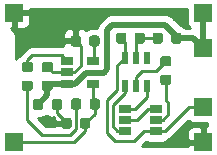
<source format=gbr>
%TF.GenerationSoftware,KiCad,Pcbnew,(5.1.6)-1*%
%TF.CreationDate,2020-09-04T02:35:42-05:00*%
%TF.ProjectId,cargadorDeBateriasLitIon,63617267-6164-46f7-9244-654261746572,rev?*%
%TF.SameCoordinates,Original*%
%TF.FileFunction,Copper,L1,Top*%
%TF.FilePolarity,Positive*%
%FSLAX46Y46*%
G04 Gerber Fmt 4.6, Leading zero omitted, Abs format (unit mm)*
G04 Created by KiCad (PCBNEW (5.1.6)-1) date 2020-09-04 02:35:42*
%MOMM*%
%LPD*%
G01*
G04 APERTURE LIST*
%TA.AperFunction,ComponentPad*%
%ADD10R,1.500000X1.500000*%
%TD*%
%TA.AperFunction,SMDPad,CuDef*%
%ADD11R,0.550000X1.000000*%
%TD*%
%TA.AperFunction,SMDPad,CuDef*%
%ADD12R,1.000000X0.700000*%
%TD*%
%TA.AperFunction,SMDPad,CuDef*%
%ADD13R,1.060000X0.650000*%
%TD*%
%TA.AperFunction,ViaPad*%
%ADD14C,0.800000*%
%TD*%
%TA.AperFunction,Conductor*%
%ADD15C,0.250000*%
%TD*%
%TA.AperFunction,Conductor*%
%ADD16C,0.500000*%
%TD*%
%TA.AperFunction,Conductor*%
%ADD17C,0.254000*%
%TD*%
G04 APERTURE END LIST*
D10*
%TO.P,J5,1*%
%TO.N,/B-*%
X156500000Y-111000000D03*
%TD*%
D11*
%TO.P,U2,1*%
%TO.N,Net-(Q1-Pad3)*%
X149860000Y-109240000D03*
%TO.P,U2,2*%
%TO.N,Net-(R3-Pad2)*%
X150810000Y-109240000D03*
%TO.P,U2,3*%
%TO.N,Net-(Q1-Pad1)*%
X151760000Y-109240000D03*
%TO.P,U2,4*%
%TO.N,N/C*%
X151760000Y-106840000D03*
%TO.P,U2,5*%
%TO.N,Net-(C3-Pad1)*%
X150810000Y-106840000D03*
%TO.P,U2,6*%
%TO.N,/B-*%
X149860000Y-106840000D03*
%TD*%
D12*
%TO.P,Q1,5*%
%TO.N,Net-(Q1-Pad5)*%
X152520000Y-112090000D03*
%TO.P,Q1,6*%
%TO.N,Net-(Q1-Pad2)*%
X152520000Y-111140000D03*
%TO.P,Q1,4*%
%TO.N,/B-*%
X152520000Y-113040000D03*
%TO.P,Q1,3*%
%TO.N,Net-(Q1-Pad3)*%
X149920000Y-113040000D03*
%TO.P,Q1,2*%
%TO.N,Net-(Q1-Pad2)*%
X149920000Y-112090000D03*
%TO.P,Q1,1*%
%TO.N,Net-(Q1-Pad1)*%
X149920000Y-111140000D03*
%TD*%
D10*
%TO.P,J6,1*%
%TO.N,GND*%
X156500000Y-114000000D03*
%TD*%
%TO.P,J4,1*%
%TO.N,/B+*%
X156500000Y-103000000D03*
%TD*%
%TO.P,J3,1*%
%TO.N,/B+*%
X156500000Y-106000000D03*
%TD*%
%TO.P,J2,1*%
%TO.N,GND*%
X140500000Y-103000000D03*
%TD*%
%TO.P,J1,1*%
%TO.N,/IN+*%
X140500000Y-114000000D03*
%TD*%
D13*
%TO.P,U1,5*%
%TO.N,Net-(R2-Pad2)*%
X147220000Y-107120000D03*
%TO.P,U1,4*%
%TO.N,/IN+*%
X147220000Y-109020000D03*
%TO.P,U1,3*%
%TO.N,/B+*%
X145020000Y-109020000D03*
%TO.P,U1,2*%
%TO.N,GND*%
X145020000Y-108070000D03*
%TO.P,U1,1*%
%TO.N,Net-(R1-Pad1)*%
X145020000Y-107120000D03*
%TD*%
%TO.P,R4,2*%
%TO.N,/B+*%
%TA.AperFunction,SMDPad,CuDef*%
G36*
G01*
X153800000Y-105436250D02*
X153800000Y-104923750D01*
G75*
G02*
X154018750Y-104705000I218750J0D01*
G01*
X154456250Y-104705000D01*
G75*
G02*
X154675000Y-104923750I0J-218750D01*
G01*
X154675000Y-105436250D01*
G75*
G02*
X154456250Y-105655000I-218750J0D01*
G01*
X154018750Y-105655000D01*
G75*
G02*
X153800000Y-105436250I0J218750D01*
G01*
G37*
%TD.AperFunction*%
%TO.P,R4,1*%
%TO.N,Net-(C3-Pad1)*%
%TA.AperFunction,SMDPad,CuDef*%
G36*
G01*
X152225000Y-105436250D02*
X152225000Y-104923750D01*
G75*
G02*
X152443750Y-104705000I218750J0D01*
G01*
X152881250Y-104705000D01*
G75*
G02*
X153100000Y-104923750I0J-218750D01*
G01*
X153100000Y-105436250D01*
G75*
G02*
X152881250Y-105655000I-218750J0D01*
G01*
X152443750Y-105655000D01*
G75*
G02*
X152225000Y-105436250I0J218750D01*
G01*
G37*
%TD.AperFunction*%
%TD*%
%TO.P,R3,2*%
%TO.N,Net-(R3-Pad2)*%
%TA.AperFunction,SMDPad,CuDef*%
G36*
G01*
X153596250Y-107560000D02*
X153083750Y-107560000D01*
G75*
G02*
X152865000Y-107341250I0J218750D01*
G01*
X152865000Y-106903750D01*
G75*
G02*
X153083750Y-106685000I218750J0D01*
G01*
X153596250Y-106685000D01*
G75*
G02*
X153815000Y-106903750I0J-218750D01*
G01*
X153815000Y-107341250D01*
G75*
G02*
X153596250Y-107560000I-218750J0D01*
G01*
G37*
%TD.AperFunction*%
%TO.P,R3,1*%
%TO.N,Net-(Q1-Pad5)*%
%TA.AperFunction,SMDPad,CuDef*%
G36*
G01*
X153596250Y-109135000D02*
X153083750Y-109135000D01*
G75*
G02*
X152865000Y-108916250I0J218750D01*
G01*
X152865000Y-108478750D01*
G75*
G02*
X153083750Y-108260000I218750J0D01*
G01*
X153596250Y-108260000D01*
G75*
G02*
X153815000Y-108478750I0J-218750D01*
G01*
X153815000Y-108916250D01*
G75*
G02*
X153596250Y-109135000I-218750J0D01*
G01*
G37*
%TD.AperFunction*%
%TD*%
%TO.P,R2,2*%
%TO.N,Net-(R2-Pad2)*%
%TA.AperFunction,SMDPad,CuDef*%
G36*
G01*
X146870000Y-105666250D02*
X146870000Y-105153750D01*
G75*
G02*
X147088750Y-104935000I218750J0D01*
G01*
X147526250Y-104935000D01*
G75*
G02*
X147745000Y-105153750I0J-218750D01*
G01*
X147745000Y-105666250D01*
G75*
G02*
X147526250Y-105885000I-218750J0D01*
G01*
X147088750Y-105885000D01*
G75*
G02*
X146870000Y-105666250I0J218750D01*
G01*
G37*
%TD.AperFunction*%
%TO.P,R2,1*%
%TO.N,GND*%
%TA.AperFunction,SMDPad,CuDef*%
G36*
G01*
X145295000Y-105666250D02*
X145295000Y-105153750D01*
G75*
G02*
X145513750Y-104935000I218750J0D01*
G01*
X145951250Y-104935000D01*
G75*
G02*
X146170000Y-105153750I0J-218750D01*
G01*
X146170000Y-105666250D01*
G75*
G02*
X145951250Y-105885000I-218750J0D01*
G01*
X145513750Y-105885000D01*
G75*
G02*
X145295000Y-105666250I0J218750D01*
G01*
G37*
%TD.AperFunction*%
%TD*%
%TO.P,R1,2*%
%TO.N,Net-(D1-Pad1)*%
%TA.AperFunction,SMDPad,CuDef*%
G36*
G01*
X141373750Y-108760000D02*
X141886250Y-108760000D01*
G75*
G02*
X142105000Y-108978750I0J-218750D01*
G01*
X142105000Y-109416250D01*
G75*
G02*
X141886250Y-109635000I-218750J0D01*
G01*
X141373750Y-109635000D01*
G75*
G02*
X141155000Y-109416250I0J218750D01*
G01*
X141155000Y-108978750D01*
G75*
G02*
X141373750Y-108760000I218750J0D01*
G01*
G37*
%TD.AperFunction*%
%TO.P,R1,1*%
%TO.N,Net-(R1-Pad1)*%
%TA.AperFunction,SMDPad,CuDef*%
G36*
G01*
X141373750Y-107185000D02*
X141886250Y-107185000D01*
G75*
G02*
X142105000Y-107403750I0J-218750D01*
G01*
X142105000Y-107841250D01*
G75*
G02*
X141886250Y-108060000I-218750J0D01*
G01*
X141373750Y-108060000D01*
G75*
G02*
X141155000Y-107841250I0J218750D01*
G01*
X141155000Y-107403750D01*
G75*
G02*
X141373750Y-107185000I218750J0D01*
G01*
G37*
%TD.AperFunction*%
%TD*%
%TO.P,D1,2*%
%TO.N,/IN+*%
%TA.AperFunction,SMDPad,CuDef*%
G36*
G01*
X146890000Y-111006250D02*
X146890000Y-110493750D01*
G75*
G02*
X147108750Y-110275000I218750J0D01*
G01*
X147546250Y-110275000D01*
G75*
G02*
X147765000Y-110493750I0J-218750D01*
G01*
X147765000Y-111006250D01*
G75*
G02*
X147546250Y-111225000I-218750J0D01*
G01*
X147108750Y-111225000D01*
G75*
G02*
X146890000Y-111006250I0J218750D01*
G01*
G37*
%TD.AperFunction*%
%TO.P,D1,1*%
%TO.N,Net-(D1-Pad1)*%
%TA.AperFunction,SMDPad,CuDef*%
G36*
G01*
X145315000Y-111006250D02*
X145315000Y-110493750D01*
G75*
G02*
X145533750Y-110275000I218750J0D01*
G01*
X145971250Y-110275000D01*
G75*
G02*
X146190000Y-110493750I0J-218750D01*
G01*
X146190000Y-111006250D01*
G75*
G02*
X145971250Y-111225000I-218750J0D01*
G01*
X145533750Y-111225000D01*
G75*
G02*
X145315000Y-111006250I0J218750D01*
G01*
G37*
%TD.AperFunction*%
%TD*%
%TO.P,C4,2*%
%TO.N,GND*%
%TA.AperFunction,SMDPad,CuDef*%
G36*
G01*
X143576250Y-108060000D02*
X143063750Y-108060000D01*
G75*
G02*
X142845000Y-107841250I0J218750D01*
G01*
X142845000Y-107403750D01*
G75*
G02*
X143063750Y-107185000I218750J0D01*
G01*
X143576250Y-107185000D01*
G75*
G02*
X143795000Y-107403750I0J-218750D01*
G01*
X143795000Y-107841250D01*
G75*
G02*
X143576250Y-108060000I-218750J0D01*
G01*
G37*
%TD.AperFunction*%
%TO.P,C4,1*%
%TO.N,/B+*%
%TA.AperFunction,SMDPad,CuDef*%
G36*
G01*
X143576250Y-109635000D02*
X143063750Y-109635000D01*
G75*
G02*
X142845000Y-109416250I0J218750D01*
G01*
X142845000Y-108978750D01*
G75*
G02*
X143063750Y-108760000I218750J0D01*
G01*
X143576250Y-108760000D01*
G75*
G02*
X143795000Y-108978750I0J-218750D01*
G01*
X143795000Y-109416250D01*
G75*
G02*
X143576250Y-109635000I-218750J0D01*
G01*
G37*
%TD.AperFunction*%
%TD*%
%TO.P,C3,2*%
%TO.N,/B-*%
%TA.AperFunction,SMDPad,CuDef*%
G36*
G01*
X150010000Y-104923750D02*
X150010000Y-105436250D01*
G75*
G02*
X149791250Y-105655000I-218750J0D01*
G01*
X149353750Y-105655000D01*
G75*
G02*
X149135000Y-105436250I0J218750D01*
G01*
X149135000Y-104923750D01*
G75*
G02*
X149353750Y-104705000I218750J0D01*
G01*
X149791250Y-104705000D01*
G75*
G02*
X150010000Y-104923750I0J-218750D01*
G01*
G37*
%TD.AperFunction*%
%TO.P,C3,1*%
%TO.N,Net-(C3-Pad1)*%
%TA.AperFunction,SMDPad,CuDef*%
G36*
G01*
X151585000Y-104923750D02*
X151585000Y-105436250D01*
G75*
G02*
X151366250Y-105655000I-218750J0D01*
G01*
X150928750Y-105655000D01*
G75*
G02*
X150710000Y-105436250I0J218750D01*
G01*
X150710000Y-104923750D01*
G75*
G02*
X150928750Y-104705000I218750J0D01*
G01*
X151366250Y-104705000D01*
G75*
G02*
X151585000Y-104923750I0J-218750D01*
G01*
G37*
%TD.AperFunction*%
%TD*%
%TO.P,C2,2*%
%TO.N,GND*%
%TA.AperFunction,SMDPad,CuDef*%
G36*
G01*
X143680000Y-111046250D02*
X143680000Y-110533750D01*
G75*
G02*
X143898750Y-110315000I218750J0D01*
G01*
X144336250Y-110315000D01*
G75*
G02*
X144555000Y-110533750I0J-218750D01*
G01*
X144555000Y-111046250D01*
G75*
G02*
X144336250Y-111265000I-218750J0D01*
G01*
X143898750Y-111265000D01*
G75*
G02*
X143680000Y-111046250I0J218750D01*
G01*
G37*
%TD.AperFunction*%
%TO.P,C2,1*%
%TO.N,/B+*%
%TA.AperFunction,SMDPad,CuDef*%
G36*
G01*
X142105000Y-111046250D02*
X142105000Y-110533750D01*
G75*
G02*
X142323750Y-110315000I218750J0D01*
G01*
X142761250Y-110315000D01*
G75*
G02*
X142980000Y-110533750I0J-218750D01*
G01*
X142980000Y-111046250D01*
G75*
G02*
X142761250Y-111265000I-218750J0D01*
G01*
X142323750Y-111265000D01*
G75*
G02*
X142105000Y-111046250I0J218750D01*
G01*
G37*
%TD.AperFunction*%
%TD*%
%TO.P,C1,2*%
%TO.N,GND*%
%TA.AperFunction,SMDPad,CuDef*%
G36*
G01*
X145380000Y-112113750D02*
X145380000Y-112626250D01*
G75*
G02*
X145161250Y-112845000I-218750J0D01*
G01*
X144723750Y-112845000D01*
G75*
G02*
X144505000Y-112626250I0J218750D01*
G01*
X144505000Y-112113750D01*
G75*
G02*
X144723750Y-111895000I218750J0D01*
G01*
X145161250Y-111895000D01*
G75*
G02*
X145380000Y-112113750I0J-218750D01*
G01*
G37*
%TD.AperFunction*%
%TO.P,C1,1*%
%TO.N,/IN+*%
%TA.AperFunction,SMDPad,CuDef*%
G36*
G01*
X146955000Y-112113750D02*
X146955000Y-112626250D01*
G75*
G02*
X146736250Y-112845000I-218750J0D01*
G01*
X146298750Y-112845000D01*
G75*
G02*
X146080000Y-112626250I0J218750D01*
G01*
X146080000Y-112113750D01*
G75*
G02*
X146298750Y-111895000I218750J0D01*
G01*
X146736250Y-111895000D01*
G75*
G02*
X146955000Y-112113750I0J-218750D01*
G01*
G37*
%TD.AperFunction*%
%TD*%
D14*
%TO.N,GND*%
X143510000Y-112360000D03*
%TD*%
D15*
%TO.N,GND*%
X143767500Y-108070000D02*
X143320000Y-107622500D01*
X145020000Y-108070000D02*
X143767500Y-108070000D01*
X145020000Y-108070000D02*
X145610000Y-108070000D01*
X145610000Y-108070000D02*
X146130000Y-107550000D01*
X146130000Y-105807500D02*
X145732500Y-105410000D01*
X146130000Y-107550000D02*
X146130000Y-105807500D01*
X144117500Y-111545000D02*
X144942500Y-112370000D01*
X144117500Y-110790000D02*
X144117500Y-111545000D01*
X144942500Y-112370000D02*
X143520000Y-112370000D01*
X143520000Y-112370000D02*
X143510000Y-112360000D01*
%TO.N,/IN+*%
X147327500Y-111560000D02*
X146517500Y-112370000D01*
X147327500Y-110750000D02*
X147327500Y-111560000D01*
X140500000Y-114000000D02*
X145580000Y-114000000D01*
X146517500Y-113062500D02*
X146517500Y-112370000D01*
X145580000Y-114000000D02*
X146517500Y-113062500D01*
X147220000Y-110642500D02*
X147327500Y-110750000D01*
X147220000Y-109020000D02*
X147220000Y-110642500D01*
D16*
%TO.N,/B+*%
X143497500Y-109020000D02*
X143320000Y-109197500D01*
X145020000Y-109020000D02*
X143497500Y-109020000D01*
X143320000Y-110012500D02*
X142542500Y-110790000D01*
X143320000Y-109197500D02*
X143320000Y-110012500D01*
X155680000Y-105180000D02*
X156500000Y-106000000D01*
X154237500Y-105180000D02*
X155680000Y-105180000D01*
X156500000Y-106000000D02*
X156500000Y-103000000D01*
X154237500Y-104950000D02*
X154237500Y-105180000D01*
X148810000Y-104020000D02*
X153307500Y-104020000D01*
X148390000Y-104440000D02*
X148810000Y-104020000D01*
X145640000Y-109020000D02*
X146580000Y-108080000D01*
X146580000Y-108080000D02*
X148100000Y-108080000D01*
X145020000Y-109020000D02*
X145640000Y-109020000D01*
X153307500Y-104020000D02*
X154237500Y-104950000D01*
X148100000Y-108080000D02*
X148390000Y-107790000D01*
X148390000Y-107790000D02*
X148390000Y-104440000D01*
D15*
%TO.N,/B-*%
X149860000Y-105467500D02*
X149860000Y-106840000D01*
X149572500Y-105180000D02*
X149860000Y-105467500D01*
X152520000Y-113040000D02*
X153280000Y-113040000D01*
X155320000Y-111000000D02*
X156500000Y-111000000D01*
X153280000Y-113040000D02*
X155320000Y-111000000D01*
X149230000Y-109540000D02*
X149230000Y-107470000D01*
X148330000Y-110440000D02*
X149230000Y-109540000D01*
X151530000Y-113040000D02*
X150660000Y-113910000D01*
X152520000Y-113040000D02*
X151530000Y-113040000D01*
X149230000Y-107470000D02*
X149860000Y-106840000D01*
X149060000Y-113910000D02*
X148330000Y-113180000D01*
X150660000Y-113910000D02*
X149060000Y-113910000D01*
X148330000Y-113180000D02*
X148330000Y-110440000D01*
%TO.N,Net-(C3-Pad1)*%
X150810000Y-105517500D02*
X151147500Y-105180000D01*
X150810000Y-106840000D02*
X150810000Y-105517500D01*
X151147500Y-105180000D02*
X152892500Y-105180000D01*
%TO.N,Net-(D1-Pad1)*%
X145752500Y-110750000D02*
X145752500Y-112877500D01*
X145752500Y-112877500D02*
X145250000Y-113380000D01*
X145250000Y-113380000D02*
X142890000Y-113380000D01*
X141630000Y-112120000D02*
X141630000Y-109197500D01*
X142890000Y-113380000D02*
X141630000Y-112120000D01*
%TO.N,Net-(Q1-Pad3)*%
X149920000Y-113040000D02*
X149250000Y-113040000D01*
X149250000Y-113040000D02*
X148850000Y-112640000D01*
X148850000Y-112640000D02*
X148850000Y-110800000D01*
X149860000Y-109790000D02*
X149860000Y-109240000D01*
X148850000Y-110800000D02*
X149860000Y-109790000D01*
%TO.N,Net-(Q1-Pad2)*%
X149920000Y-112090000D02*
X150920000Y-112090000D01*
X151870000Y-111140000D02*
X152520000Y-111140000D01*
X150920000Y-112090000D02*
X151870000Y-111140000D01*
%TO.N,Net-(Q1-Pad1)*%
X149920000Y-111140000D02*
X150740000Y-111140000D01*
X151760000Y-110120000D02*
X151760000Y-109240000D01*
X150740000Y-111140000D02*
X151760000Y-110120000D01*
%TO.N,Net-(R1-Pad1)*%
X142060000Y-106620000D02*
X144520000Y-106620000D01*
X141630000Y-107622500D02*
X141630000Y-107050000D01*
X144520000Y-106620000D02*
X145020000Y-107120000D01*
X141630000Y-107050000D02*
X142060000Y-106620000D01*
%TO.N,Net-(R2-Pad2)*%
X147307500Y-107032500D02*
X147220000Y-107120000D01*
X147307500Y-105410000D02*
X147307500Y-107032500D01*
%TO.N,Net-(R3-Pad2)*%
X150810000Y-109240000D02*
X150810000Y-108460000D01*
X150810000Y-108460000D02*
X151330000Y-107940000D01*
X152522500Y-107940000D02*
X153340000Y-107122500D01*
X151330000Y-107940000D02*
X152522500Y-107940000D01*
%TO.N,Net-(Q1-Pad5)*%
X153340000Y-110390000D02*
X153340000Y-108697500D01*
X153570000Y-111630000D02*
X153570000Y-110620000D01*
X153570000Y-110620000D02*
X153340000Y-110390000D01*
X152520000Y-112090000D02*
X153110000Y-112090000D01*
X153110000Y-112090000D02*
X153570000Y-111630000D01*
%TD*%
D17*
%TO.N,GND*%
G36*
X155298815Y-112201185D02*
G01*
X155395506Y-112280537D01*
X155505820Y-112339502D01*
X155625518Y-112375812D01*
X155750000Y-112388072D01*
X156840001Y-112388072D01*
X156840001Y-112614641D01*
X156785750Y-112615000D01*
X156627000Y-112773750D01*
X156627000Y-113873000D01*
X156647000Y-113873000D01*
X156647000Y-114127000D01*
X156627000Y-114127000D01*
X156627000Y-114147000D01*
X156373000Y-114147000D01*
X156373000Y-114127000D01*
X155273750Y-114127000D01*
X155115000Y-114285750D01*
X155114641Y-114340000D01*
X151304801Y-114340000D01*
X151703797Y-113941004D01*
X151775820Y-113979502D01*
X151895518Y-114015812D01*
X152020000Y-114028072D01*
X153020000Y-114028072D01*
X153144482Y-114015812D01*
X153264180Y-113979502D01*
X153374494Y-113920537D01*
X153471185Y-113841185D01*
X153542191Y-113754663D01*
X153572247Y-113745546D01*
X153704276Y-113674974D01*
X153820001Y-113580001D01*
X153843804Y-113550997D01*
X154144801Y-113250000D01*
X155111928Y-113250000D01*
X155115000Y-113714250D01*
X155273750Y-113873000D01*
X156373000Y-113873000D01*
X156373000Y-112773750D01*
X156214250Y-112615000D01*
X155750000Y-112611928D01*
X155625518Y-112624188D01*
X155505820Y-112660498D01*
X155395506Y-112719463D01*
X155298815Y-112798815D01*
X155219463Y-112895506D01*
X155160498Y-113005820D01*
X155124188Y-113125518D01*
X155111928Y-113250000D01*
X154144801Y-113250000D01*
X155251396Y-112143405D01*
X155298815Y-112201185D01*
G37*
X155298815Y-112201185D02*
X155395506Y-112280537D01*
X155505820Y-112339502D01*
X155625518Y-112375812D01*
X155750000Y-112388072D01*
X156840001Y-112388072D01*
X156840001Y-112614641D01*
X156785750Y-112615000D01*
X156627000Y-112773750D01*
X156627000Y-113873000D01*
X156647000Y-113873000D01*
X156647000Y-114127000D01*
X156627000Y-114127000D01*
X156627000Y-114147000D01*
X156373000Y-114147000D01*
X156373000Y-114127000D01*
X155273750Y-114127000D01*
X155115000Y-114285750D01*
X155114641Y-114340000D01*
X151304801Y-114340000D01*
X151703797Y-113941004D01*
X151775820Y-113979502D01*
X151895518Y-114015812D01*
X152020000Y-114028072D01*
X153020000Y-114028072D01*
X153144482Y-114015812D01*
X153264180Y-113979502D01*
X153374494Y-113920537D01*
X153471185Y-113841185D01*
X153542191Y-113754663D01*
X153572247Y-113745546D01*
X153704276Y-113674974D01*
X153820001Y-113580001D01*
X153843804Y-113550997D01*
X154144801Y-113250000D01*
X155111928Y-113250000D01*
X155115000Y-113714250D01*
X155273750Y-113873000D01*
X156373000Y-113873000D01*
X156373000Y-112773750D01*
X156214250Y-112615000D01*
X155750000Y-112611928D01*
X155625518Y-112624188D01*
X155505820Y-112660498D01*
X155395506Y-112719463D01*
X155298815Y-112798815D01*
X155219463Y-112895506D01*
X155160498Y-113005820D01*
X155124188Y-113125518D01*
X155111928Y-113250000D01*
X154144801Y-113250000D01*
X155251396Y-112143405D01*
X155298815Y-112201185D01*
G36*
X143325506Y-111795537D02*
G01*
X143435820Y-111854502D01*
X143555518Y-111890812D01*
X143680000Y-111903072D01*
X143831750Y-111900000D01*
X143870225Y-111861525D01*
X143866928Y-111895000D01*
X143870000Y-112084250D01*
X144028750Y-112243000D01*
X144815500Y-112243000D01*
X144815500Y-112223000D01*
X144992501Y-112223000D01*
X144992501Y-112517000D01*
X144815500Y-112517000D01*
X144815500Y-112497000D01*
X144028750Y-112497000D01*
X143905750Y-112620000D01*
X143204802Y-112620000D01*
X142487873Y-111903072D01*
X142761250Y-111903072D01*
X142928408Y-111886608D01*
X143089142Y-111837850D01*
X143237275Y-111758671D01*
X143258930Y-111740900D01*
X143325506Y-111795537D01*
G37*
X143325506Y-111795537D02*
X143435820Y-111854502D01*
X143555518Y-111890812D01*
X143680000Y-111903072D01*
X143831750Y-111900000D01*
X143870225Y-111861525D01*
X143866928Y-111895000D01*
X143870000Y-112084250D01*
X144028750Y-112243000D01*
X144815500Y-112243000D01*
X144815500Y-112223000D01*
X144992501Y-112223000D01*
X144992501Y-112517000D01*
X144815500Y-112517000D01*
X144815500Y-112497000D01*
X144028750Y-112497000D01*
X143905750Y-112620000D01*
X143204802Y-112620000D01*
X142487873Y-111903072D01*
X142761250Y-111903072D01*
X142928408Y-111886608D01*
X143089142Y-111837850D01*
X143237275Y-111758671D01*
X143258930Y-111740900D01*
X143325506Y-111795537D01*
G36*
X144244500Y-110663000D02*
G01*
X144264500Y-110663000D01*
X144264500Y-110917000D01*
X144244500Y-110917000D01*
X144244500Y-110937000D01*
X143990500Y-110937000D01*
X143990500Y-110917000D01*
X143970500Y-110917000D01*
X143970500Y-110663000D01*
X143990500Y-110663000D01*
X143990500Y-110643000D01*
X144244500Y-110643000D01*
X144244500Y-110663000D01*
G37*
X144244500Y-110663000D02*
X144264500Y-110663000D01*
X144264500Y-110917000D01*
X144244500Y-110917000D01*
X144244500Y-110937000D01*
X143990500Y-110937000D01*
X143990500Y-110917000D01*
X143970500Y-110917000D01*
X143970500Y-110663000D01*
X143990500Y-110663000D01*
X143990500Y-110643000D01*
X144244500Y-110643000D01*
X144244500Y-110663000D01*
G36*
X143447000Y-107495500D02*
G01*
X143467000Y-107495500D01*
X143467000Y-107749500D01*
X143447000Y-107749500D01*
X143447000Y-107769500D01*
X143193000Y-107769500D01*
X143193000Y-107749500D01*
X143173000Y-107749500D01*
X143173000Y-107495500D01*
X143193000Y-107495500D01*
X143193000Y-107475500D01*
X143447000Y-107475500D01*
X143447000Y-107495500D01*
G37*
X143447000Y-107495500D02*
X143467000Y-107495500D01*
X143467000Y-107749500D01*
X143447000Y-107749500D01*
X143447000Y-107769500D01*
X143193000Y-107769500D01*
X143193000Y-107749500D01*
X143173000Y-107749500D01*
X143173000Y-107495500D01*
X143193000Y-107495500D01*
X143193000Y-107475500D01*
X143447000Y-107475500D01*
X143447000Y-107495500D01*
G36*
X155111928Y-103750000D02*
G01*
X155124188Y-103874482D01*
X155160498Y-103994180D01*
X155219463Y-104104494D01*
X155298815Y-104201185D01*
X155395506Y-104280537D01*
X155422564Y-104295000D01*
X155034229Y-104295000D01*
X154932275Y-104211329D01*
X154784142Y-104132150D01*
X154623408Y-104083392D01*
X154622368Y-104083290D01*
X153964034Y-103424956D01*
X153936317Y-103391183D01*
X153801559Y-103280589D01*
X153647813Y-103198411D01*
X153480990Y-103147805D01*
X153350977Y-103135000D01*
X153350969Y-103135000D01*
X153307500Y-103130719D01*
X153264031Y-103135000D01*
X148853469Y-103135000D01*
X148810000Y-103130719D01*
X148766531Y-103135000D01*
X148766523Y-103135000D01*
X148636510Y-103147805D01*
X148469687Y-103198411D01*
X148315941Y-103280589D01*
X148181183Y-103391183D01*
X148153466Y-103424956D01*
X147794952Y-103783470D01*
X147761184Y-103811183D01*
X147733471Y-103844951D01*
X147733468Y-103844954D01*
X147650590Y-103945941D01*
X147568412Y-104099687D01*
X147517805Y-104266510D01*
X147514809Y-104296928D01*
X147088750Y-104296928D01*
X146921592Y-104313392D01*
X146760858Y-104362150D01*
X146612725Y-104441329D01*
X146591070Y-104459100D01*
X146524494Y-104404463D01*
X146414180Y-104345498D01*
X146294482Y-104309188D01*
X146170000Y-104296928D01*
X146018250Y-104300000D01*
X145859500Y-104458750D01*
X145859500Y-105283000D01*
X145879500Y-105283000D01*
X145879500Y-105537000D01*
X145859500Y-105537000D01*
X145859500Y-105557000D01*
X145605500Y-105557000D01*
X145605500Y-105537000D01*
X144818750Y-105537000D01*
X144660000Y-105695750D01*
X144657174Y-105869834D01*
X144557333Y-105860000D01*
X144557322Y-105860000D01*
X144520000Y-105856324D01*
X144482678Y-105860000D01*
X142097323Y-105860000D01*
X142060000Y-105856324D01*
X142022677Y-105860000D01*
X142022667Y-105860000D01*
X141911014Y-105870997D01*
X141767753Y-105914454D01*
X141635724Y-105985026D01*
X141519999Y-106079999D01*
X141496196Y-106109003D01*
X141118998Y-106486201D01*
X141090000Y-106509999D01*
X141066202Y-106538997D01*
X141066201Y-106538998D01*
X140995026Y-106625724D01*
X140984852Y-106644759D01*
X140897725Y-106691329D01*
X140767885Y-106797885D01*
X140661329Y-106927725D01*
X140660000Y-106930211D01*
X140660000Y-105032412D01*
X140663192Y-105000000D01*
X140660000Y-104967588D01*
X140660000Y-104967581D01*
X140656792Y-104935000D01*
X144656928Y-104935000D01*
X144660000Y-105124250D01*
X144818750Y-105283000D01*
X145605500Y-105283000D01*
X145605500Y-104458750D01*
X145446750Y-104300000D01*
X145295000Y-104296928D01*
X145170518Y-104309188D01*
X145050820Y-104345498D01*
X144940506Y-104404463D01*
X144843815Y-104483815D01*
X144764463Y-104580506D01*
X144705498Y-104690820D01*
X144669188Y-104810518D01*
X144656928Y-104935000D01*
X140656792Y-104935000D01*
X140650450Y-104870617D01*
X140612710Y-104746207D01*
X140551425Y-104631550D01*
X140538828Y-104616201D01*
X140489614Y-104556233D01*
X140489612Y-104556231D01*
X140468948Y-104531052D01*
X140443770Y-104510389D01*
X140266315Y-104332935D01*
X140373000Y-104226250D01*
X140373000Y-103127000D01*
X140627000Y-103127000D01*
X140627000Y-104226250D01*
X140785750Y-104385000D01*
X141250000Y-104388072D01*
X141374482Y-104375812D01*
X141494180Y-104339502D01*
X141604494Y-104280537D01*
X141701185Y-104201185D01*
X141780537Y-104104494D01*
X141839502Y-103994180D01*
X141875812Y-103874482D01*
X141888072Y-103750000D01*
X141885000Y-103285750D01*
X141726250Y-103127000D01*
X140627000Y-103127000D01*
X140373000Y-103127000D01*
X140353000Y-103127000D01*
X140353000Y-102873000D01*
X140373000Y-102873000D01*
X140373000Y-102853000D01*
X140627000Y-102853000D01*
X140627000Y-102873000D01*
X141726250Y-102873000D01*
X141885000Y-102714250D01*
X141885359Y-102660000D01*
X155111928Y-102660000D01*
X155111928Y-103750000D01*
G37*
X155111928Y-103750000D02*
X155124188Y-103874482D01*
X155160498Y-103994180D01*
X155219463Y-104104494D01*
X155298815Y-104201185D01*
X155395506Y-104280537D01*
X155422564Y-104295000D01*
X155034229Y-104295000D01*
X154932275Y-104211329D01*
X154784142Y-104132150D01*
X154623408Y-104083392D01*
X154622368Y-104083290D01*
X153964034Y-103424956D01*
X153936317Y-103391183D01*
X153801559Y-103280589D01*
X153647813Y-103198411D01*
X153480990Y-103147805D01*
X153350977Y-103135000D01*
X153350969Y-103135000D01*
X153307500Y-103130719D01*
X153264031Y-103135000D01*
X148853469Y-103135000D01*
X148810000Y-103130719D01*
X148766531Y-103135000D01*
X148766523Y-103135000D01*
X148636510Y-103147805D01*
X148469687Y-103198411D01*
X148315941Y-103280589D01*
X148181183Y-103391183D01*
X148153466Y-103424956D01*
X147794952Y-103783470D01*
X147761184Y-103811183D01*
X147733471Y-103844951D01*
X147733468Y-103844954D01*
X147650590Y-103945941D01*
X147568412Y-104099687D01*
X147517805Y-104266510D01*
X147514809Y-104296928D01*
X147088750Y-104296928D01*
X146921592Y-104313392D01*
X146760858Y-104362150D01*
X146612725Y-104441329D01*
X146591070Y-104459100D01*
X146524494Y-104404463D01*
X146414180Y-104345498D01*
X146294482Y-104309188D01*
X146170000Y-104296928D01*
X146018250Y-104300000D01*
X145859500Y-104458750D01*
X145859500Y-105283000D01*
X145879500Y-105283000D01*
X145879500Y-105537000D01*
X145859500Y-105537000D01*
X145859500Y-105557000D01*
X145605500Y-105557000D01*
X145605500Y-105537000D01*
X144818750Y-105537000D01*
X144660000Y-105695750D01*
X144657174Y-105869834D01*
X144557333Y-105860000D01*
X144557322Y-105860000D01*
X144520000Y-105856324D01*
X144482678Y-105860000D01*
X142097323Y-105860000D01*
X142060000Y-105856324D01*
X142022677Y-105860000D01*
X142022667Y-105860000D01*
X141911014Y-105870997D01*
X141767753Y-105914454D01*
X141635724Y-105985026D01*
X141519999Y-106079999D01*
X141496196Y-106109003D01*
X141118998Y-106486201D01*
X141090000Y-106509999D01*
X141066202Y-106538997D01*
X141066201Y-106538998D01*
X140995026Y-106625724D01*
X140984852Y-106644759D01*
X140897725Y-106691329D01*
X140767885Y-106797885D01*
X140661329Y-106927725D01*
X140660000Y-106930211D01*
X140660000Y-105032412D01*
X140663192Y-105000000D01*
X140660000Y-104967588D01*
X140660000Y-104967581D01*
X140656792Y-104935000D01*
X144656928Y-104935000D01*
X144660000Y-105124250D01*
X144818750Y-105283000D01*
X145605500Y-105283000D01*
X145605500Y-104458750D01*
X145446750Y-104300000D01*
X145295000Y-104296928D01*
X145170518Y-104309188D01*
X145050820Y-104345498D01*
X144940506Y-104404463D01*
X144843815Y-104483815D01*
X144764463Y-104580506D01*
X144705498Y-104690820D01*
X144669188Y-104810518D01*
X144656928Y-104935000D01*
X140656792Y-104935000D01*
X140650450Y-104870617D01*
X140612710Y-104746207D01*
X140551425Y-104631550D01*
X140538828Y-104616201D01*
X140489614Y-104556233D01*
X140489612Y-104556231D01*
X140468948Y-104531052D01*
X140443770Y-104510389D01*
X140266315Y-104332935D01*
X140373000Y-104226250D01*
X140373000Y-103127000D01*
X140627000Y-103127000D01*
X140627000Y-104226250D01*
X140785750Y-104385000D01*
X141250000Y-104388072D01*
X141374482Y-104375812D01*
X141494180Y-104339502D01*
X141604494Y-104280537D01*
X141701185Y-104201185D01*
X141780537Y-104104494D01*
X141839502Y-103994180D01*
X141875812Y-103874482D01*
X141888072Y-103750000D01*
X141885000Y-103285750D01*
X141726250Y-103127000D01*
X140627000Y-103127000D01*
X140373000Y-103127000D01*
X140353000Y-103127000D01*
X140353000Y-102873000D01*
X140373000Y-102873000D01*
X140373000Y-102853000D01*
X140627000Y-102853000D01*
X140627000Y-102873000D01*
X141726250Y-102873000D01*
X141885000Y-102714250D01*
X141885359Y-102660000D01*
X155111928Y-102660000D01*
X155111928Y-103750000D01*
%TD*%
M02*

</source>
